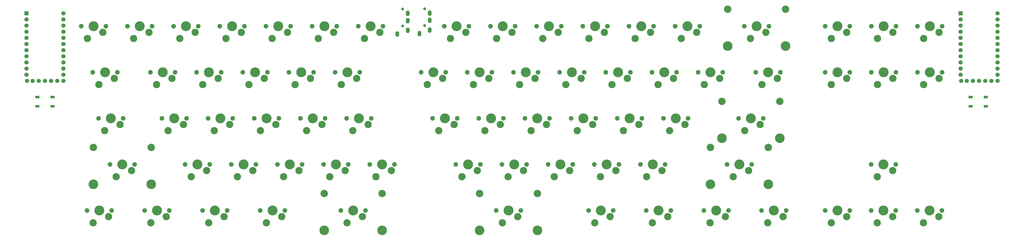
<source format=gbr>
G04 #@! TF.GenerationSoftware,KiCad,Pcbnew,(5.1.9)-1*
G04 #@! TF.CreationDate,2021-02-17T22:07:48-08:00*
G04 #@! TF.ProjectId,onigaku,6f6e6967-616b-4752-9e6b-696361645f70,rev?*
G04 #@! TF.SameCoordinates,Original*
G04 #@! TF.FileFunction,Soldermask,Top*
G04 #@! TF.FilePolarity,Negative*
%FSLAX46Y46*%
G04 Gerber Fmt 4.6, Leading zero omitted, Abs format (unit mm)*
G04 Created by KiCad (PCBNEW (5.1.9)-1) date 2021-02-17 22:07:48*
%MOMM*%
%LPD*%
G01*
G04 APERTURE LIST*
%ADD10C,1.200000*%
%ADD11O,1.500000X2.300000*%
%ADD12R,1.700000X1.000000*%
%ADD13C,1.752600*%
%ADD14R,1.752600X1.752600*%
%ADD15C,4.100000*%
%ADD16C,1.900000*%
%ADD17C,3.000000*%
%ADD18C,3.987800*%
%ADD19C,1.750000*%
%ADD20C,3.048000*%
G04 APERTURE END LIST*
D10*
X170062000Y-22501000D03*
X170062000Y-29501000D03*
D11*
X172212000Y-24301000D03*
X172212000Y-27301000D03*
X172212000Y-31301000D03*
X167912000Y-32801000D03*
D10*
X179133500Y-22374000D03*
X179133500Y-29374000D03*
D11*
X181283500Y-24174000D03*
X181283500Y-27174000D03*
X181283500Y-31174000D03*
X176983500Y-32674000D03*
D12*
X19365000Y-58933000D03*
X25665000Y-58933000D03*
X19365000Y-62733000D03*
X25665000Y-62733000D03*
X410704500Y-62733000D03*
X404404500Y-62733000D03*
X410704500Y-58933000D03*
X404404500Y-58933000D03*
D13*
X17435000Y-52164000D03*
X19975000Y-52164000D03*
X22515000Y-52164000D03*
X25055000Y-52164000D03*
X27595000Y-52164000D03*
X30135000Y-24224000D03*
X15123600Y-52164000D03*
X30135000Y-26764000D03*
X30135000Y-29304000D03*
X30135000Y-31844000D03*
X30135000Y-34384000D03*
X30135000Y-36924000D03*
X30135000Y-39464000D03*
X30135000Y-42004000D03*
X30135000Y-44544000D03*
X30135000Y-47084000D03*
X30135000Y-49624000D03*
X30135000Y-52164000D03*
X14895000Y-49624000D03*
X14895000Y-47084000D03*
X14895000Y-44544000D03*
X14895000Y-42004000D03*
X14895000Y-39464000D03*
X14895000Y-36924000D03*
X14895000Y-34384000D03*
X14895000Y-31844000D03*
X14895000Y-29304000D03*
X14895000Y-26764000D03*
D14*
X14895000Y-24224000D03*
D15*
X123507500Y-86741000D03*
D16*
X118427500Y-86741000D03*
X128587500Y-86741000D03*
D17*
X127317500Y-89281000D03*
X120967500Y-91821000D03*
D18*
X49688750Y-67691000D03*
D19*
X54768750Y-67691000D03*
X44608750Y-67691000D03*
D15*
X49688750Y-67691000D03*
D16*
X44608750Y-67691000D03*
X54768750Y-67691000D03*
D17*
X53498750Y-70231000D03*
X47148750Y-72771000D03*
D15*
X47307500Y-48641000D03*
D16*
X42227500Y-48641000D03*
X52387500Y-48641000D03*
D17*
X51117500Y-51181000D03*
X44767500Y-53721000D03*
D15*
X387540500Y-105791000D03*
D16*
X382460500Y-105791000D03*
X392620500Y-105791000D03*
D17*
X391350500Y-108331000D03*
X385000500Y-110871000D03*
D15*
X368490500Y-105791000D03*
D16*
X363410500Y-105791000D03*
X373570500Y-105791000D03*
D17*
X372300500Y-108331000D03*
X365950500Y-110871000D03*
D15*
X349471500Y-105791000D03*
D16*
X344391500Y-105791000D03*
X354551500Y-105791000D03*
D17*
X353281500Y-108331000D03*
X346931500Y-110871000D03*
D15*
X368490500Y-86741000D03*
D16*
X363410500Y-86741000D03*
X373570500Y-86741000D03*
D17*
X372300500Y-89281000D03*
X365950500Y-91821000D03*
D15*
X387604000Y-48641000D03*
D16*
X382524000Y-48641000D03*
X392684000Y-48641000D03*
D17*
X391414000Y-51181000D03*
X385064000Y-53721000D03*
D15*
X368554000Y-48641000D03*
D16*
X363474000Y-48641000D03*
X373634000Y-48641000D03*
D17*
X372364000Y-51181000D03*
X366014000Y-53721000D03*
D15*
X349471500Y-48641000D03*
D16*
X344391500Y-48641000D03*
X354551500Y-48641000D03*
D17*
X353281500Y-51181000D03*
X346931500Y-53721000D03*
D15*
X387604000Y-29591000D03*
D16*
X382524000Y-29591000D03*
X392684000Y-29591000D03*
D17*
X391414000Y-32131000D03*
X385064000Y-34671000D03*
D15*
X368554000Y-29591000D03*
D16*
X363474000Y-29591000D03*
X373634000Y-29591000D03*
D17*
X372364000Y-32131000D03*
X366014000Y-34671000D03*
D15*
X349471500Y-29591000D03*
D16*
X344391500Y-29591000D03*
X354551500Y-29591000D03*
D17*
X353281500Y-32131000D03*
X346931500Y-34671000D03*
D15*
X113982500Y-67691000D03*
D16*
X108902500Y-67691000D03*
X119062500Y-67691000D03*
D17*
X117792500Y-70231000D03*
X111442500Y-72771000D03*
D18*
X54451250Y-86741000D03*
D19*
X49371250Y-86741000D03*
X59531250Y-86741000D03*
D20*
X42513250Y-79756000D03*
X66389250Y-79756000D03*
D18*
X42513250Y-94996000D03*
X66389250Y-94996000D03*
D15*
X54451250Y-86741000D03*
D16*
X49371250Y-86741000D03*
X59531250Y-86741000D03*
D17*
X58261250Y-89281000D03*
X51911250Y-91821000D03*
D15*
X42545000Y-29591000D03*
D16*
X37465000Y-29591000D03*
X47625000Y-29591000D03*
D17*
X46355000Y-32131000D03*
X40005000Y-34671000D03*
D18*
X275653500Y-105791000D03*
D19*
X270573500Y-105791000D03*
X280733500Y-105791000D03*
D15*
X275653500Y-105791000D03*
D16*
X270573500Y-105791000D03*
X280733500Y-105791000D03*
D17*
X279463500Y-108331000D03*
X273113500Y-110871000D03*
D15*
X263747250Y-67691000D03*
D16*
X258667250Y-67691000D03*
X268827250Y-67691000D03*
D17*
X267557250Y-70231000D03*
X261207250Y-72771000D03*
D15*
X192309750Y-29591000D03*
D16*
X187229750Y-29591000D03*
X197389750Y-29591000D03*
D17*
X196119750Y-32131000D03*
X189769750Y-34671000D03*
D18*
X316134750Y-29591000D03*
D19*
X311054750Y-29591000D03*
X321214750Y-29591000D03*
D20*
X304196750Y-22606000D03*
X328072750Y-22606000D03*
D18*
X304196750Y-37846000D03*
X328072750Y-37846000D03*
D15*
X316134750Y-29591000D03*
D16*
X311054750Y-29591000D03*
X321214750Y-29591000D03*
D17*
X319944750Y-32131000D03*
X313594750Y-34671000D03*
D18*
X313753500Y-67691000D03*
D19*
X308673500Y-67691000D03*
X318833500Y-67691000D03*
D20*
X301815500Y-60706000D03*
X325691500Y-60706000D03*
D18*
X301815500Y-75946000D03*
X325691500Y-75946000D03*
D15*
X313753500Y-67691000D03*
D16*
X308673500Y-67691000D03*
X318833500Y-67691000D03*
D17*
X317563500Y-70231000D03*
X311213500Y-72771000D03*
D15*
X320897250Y-48641000D03*
D16*
X315817250Y-48641000D03*
X325977250Y-48641000D03*
D17*
X324707250Y-51181000D03*
X318357250Y-53721000D03*
D18*
X149701250Y-105791000D03*
D19*
X144621250Y-105791000D03*
X154781250Y-105791000D03*
D20*
X137763250Y-98806000D03*
X161639250Y-98806000D03*
D18*
X137763250Y-114046000D03*
X161639250Y-114046000D03*
D15*
X149701250Y-105791000D03*
D16*
X144621250Y-105791000D03*
X154781250Y-105791000D03*
D17*
X153511250Y-108331000D03*
X147161250Y-110871000D03*
D18*
X116427250Y-105791000D03*
D19*
X111347250Y-105791000D03*
X121507250Y-105791000D03*
D15*
X116427250Y-105791000D03*
D16*
X111347250Y-105791000D03*
X121507250Y-105791000D03*
D17*
X120237250Y-108331000D03*
X113887250Y-110871000D03*
D18*
X92614750Y-105791000D03*
D19*
X87534750Y-105791000D03*
X97694750Y-105791000D03*
D15*
X92614750Y-105791000D03*
D16*
X87534750Y-105791000D03*
X97694750Y-105791000D03*
D17*
X96424750Y-108331000D03*
X90074750Y-110871000D03*
D18*
X68738750Y-105791000D03*
D19*
X63658750Y-105791000D03*
X73818750Y-105791000D03*
D15*
X68738750Y-105791000D03*
D16*
X63658750Y-105791000D03*
X73818750Y-105791000D03*
D17*
X72548750Y-108331000D03*
X66198750Y-110871000D03*
D18*
X44926250Y-105791000D03*
D19*
X39846250Y-105791000D03*
X50006250Y-105791000D03*
D15*
X44926250Y-105791000D03*
D16*
X39846250Y-105791000D03*
X50006250Y-105791000D03*
D17*
X48736250Y-108331000D03*
X42386250Y-110871000D03*
D18*
X323278500Y-105791000D03*
D19*
X318198500Y-105791000D03*
X328358500Y-105791000D03*
D15*
X323278500Y-105791000D03*
D16*
X318198500Y-105791000D03*
X328358500Y-105791000D03*
D17*
X327088500Y-108331000D03*
X320738500Y-110871000D03*
D18*
X299466000Y-105791000D03*
D19*
X294386000Y-105791000D03*
X304546000Y-105791000D03*
D15*
X299466000Y-105791000D03*
D16*
X294386000Y-105791000D03*
X304546000Y-105791000D03*
D17*
X303276000Y-108331000D03*
X296926000Y-110871000D03*
D15*
X161607500Y-86741000D03*
D16*
X156527500Y-86741000D03*
X166687500Y-86741000D03*
D17*
X165417500Y-89281000D03*
X159067500Y-91821000D03*
D15*
X142557500Y-86741000D03*
D16*
X137477500Y-86741000D03*
X147637500Y-86741000D03*
D17*
X146367500Y-89281000D03*
X140017500Y-91821000D03*
D15*
X273272250Y-86741000D03*
D16*
X268192250Y-86741000D03*
X278352250Y-86741000D03*
D17*
X277082250Y-89281000D03*
X270732250Y-91821000D03*
D15*
X254222250Y-86741000D03*
D16*
X249142250Y-86741000D03*
X259302250Y-86741000D03*
D17*
X258032250Y-89281000D03*
X251682250Y-91821000D03*
D15*
X216122250Y-86741000D03*
D16*
X211042250Y-86741000D03*
X221202250Y-86741000D03*
D17*
X219932250Y-89281000D03*
X213582250Y-91821000D03*
D15*
X197072250Y-86741000D03*
D16*
X191992250Y-86741000D03*
X202152250Y-86741000D03*
D17*
X200882250Y-89281000D03*
X194532250Y-91821000D03*
D15*
X152082500Y-67691000D03*
D16*
X147002500Y-67691000D03*
X157162500Y-67691000D03*
D17*
X155892500Y-70231000D03*
X149542500Y-72771000D03*
D15*
X133032500Y-67691000D03*
D16*
X127952500Y-67691000D03*
X138112500Y-67691000D03*
D17*
X136842500Y-70231000D03*
X130492500Y-72771000D03*
D15*
X94932500Y-67691000D03*
D16*
X89852500Y-67691000D03*
X100012500Y-67691000D03*
D17*
X98742500Y-70231000D03*
X92392500Y-72771000D03*
D15*
X75882500Y-67691000D03*
D16*
X70802500Y-67691000D03*
X80962500Y-67691000D03*
D17*
X79692500Y-70231000D03*
X73342500Y-72771000D03*
D15*
X282797250Y-67691000D03*
D16*
X277717250Y-67691000D03*
X287877250Y-67691000D03*
D17*
X286607250Y-70231000D03*
X280257250Y-72771000D03*
D15*
X244697250Y-67691000D03*
D16*
X239617250Y-67691000D03*
X249777250Y-67691000D03*
D17*
X248507250Y-70231000D03*
X242157250Y-72771000D03*
D15*
X187547250Y-67691000D03*
D16*
X182467250Y-67691000D03*
X192627250Y-67691000D03*
D17*
X191357250Y-70231000D03*
X185007250Y-72771000D03*
D15*
X147320000Y-48641000D03*
D16*
X142240000Y-48641000D03*
X152400000Y-48641000D03*
D17*
X151130000Y-51181000D03*
X144780000Y-53721000D03*
D15*
X128270000Y-48641000D03*
D16*
X123190000Y-48641000D03*
X133350000Y-48641000D03*
D17*
X132080000Y-51181000D03*
X125730000Y-53721000D03*
D15*
X109220000Y-48641000D03*
D16*
X104140000Y-48641000D03*
X114300000Y-48641000D03*
D17*
X113030000Y-51181000D03*
X106680000Y-53721000D03*
D15*
X90170000Y-48641000D03*
D16*
X85090000Y-48641000D03*
X95250000Y-48641000D03*
D17*
X93980000Y-51181000D03*
X87630000Y-53721000D03*
D15*
X71120000Y-48641000D03*
D16*
X66040000Y-48641000D03*
X76200000Y-48641000D03*
D17*
X74930000Y-51181000D03*
X68580000Y-53721000D03*
D15*
X278034750Y-48641000D03*
D16*
X272954750Y-48641000D03*
X283114750Y-48641000D03*
D17*
X281844750Y-51181000D03*
X275494750Y-53721000D03*
D15*
X239934750Y-48641000D03*
D16*
X234854750Y-48641000D03*
X245014750Y-48641000D03*
D17*
X243744750Y-51181000D03*
X237394750Y-53721000D03*
D15*
X220884750Y-48641000D03*
D16*
X215804750Y-48641000D03*
X225964750Y-48641000D03*
D17*
X224694750Y-51181000D03*
X218344750Y-53721000D03*
D15*
X201834750Y-48641000D03*
D16*
X196754750Y-48641000D03*
X206914750Y-48641000D03*
D17*
X205644750Y-51181000D03*
X199294750Y-53721000D03*
D15*
X182784750Y-48641000D03*
D16*
X177704750Y-48641000D03*
X187864750Y-48641000D03*
D17*
X186594750Y-51181000D03*
X180244750Y-53721000D03*
D15*
X99695000Y-29591000D03*
D16*
X94615000Y-29591000D03*
X104775000Y-29591000D03*
D17*
X103505000Y-32131000D03*
X97155000Y-34671000D03*
D15*
X80645000Y-29591000D03*
D16*
X75565000Y-29591000D03*
X85725000Y-29591000D03*
D17*
X84455000Y-32131000D03*
X78105000Y-34671000D03*
D15*
X61595000Y-29591000D03*
D16*
X56515000Y-29591000D03*
X66675000Y-29591000D03*
D17*
X65405000Y-32131000D03*
X59055000Y-34671000D03*
D15*
X287559750Y-29591000D03*
D16*
X282479750Y-29591000D03*
X292639750Y-29591000D03*
D17*
X291369750Y-32131000D03*
X285019750Y-34671000D03*
D15*
X268509750Y-29591000D03*
D16*
X263429750Y-29591000D03*
X273589750Y-29591000D03*
D17*
X272319750Y-32131000D03*
X265969750Y-34671000D03*
D15*
X230409750Y-29591000D03*
D16*
X225329750Y-29591000D03*
X235489750Y-29591000D03*
D17*
X234219750Y-32131000D03*
X227869750Y-34671000D03*
D15*
X156845000Y-29591000D03*
D16*
X151765000Y-29591000D03*
X161925000Y-29591000D03*
D17*
X160655000Y-32131000D03*
X154305000Y-34671000D03*
D18*
X308991000Y-86741000D03*
D19*
X303911000Y-86741000D03*
X314071000Y-86741000D03*
D20*
X297053000Y-79756000D03*
X320929000Y-79756000D03*
D18*
X297053000Y-94996000D03*
X320929000Y-94996000D03*
D15*
X308991000Y-86741000D03*
D16*
X303911000Y-86741000D03*
X314071000Y-86741000D03*
D17*
X312801000Y-89281000D03*
X306451000Y-91821000D03*
D13*
X402807500Y-52164000D03*
X405347500Y-52164000D03*
X407887500Y-52164000D03*
X410427500Y-52164000D03*
X412967500Y-52164000D03*
X415507500Y-24224000D03*
X400496100Y-52164000D03*
X415507500Y-26764000D03*
X415507500Y-29304000D03*
X415507500Y-31844000D03*
X415507500Y-34384000D03*
X415507500Y-36924000D03*
X415507500Y-39464000D03*
X415507500Y-42004000D03*
X415507500Y-44544000D03*
X415507500Y-47084000D03*
X415507500Y-49624000D03*
X415507500Y-52164000D03*
X400267500Y-49624000D03*
X400267500Y-47084000D03*
X400267500Y-44544000D03*
X400267500Y-42004000D03*
X400267500Y-39464000D03*
X400267500Y-36924000D03*
X400267500Y-34384000D03*
X400267500Y-31844000D03*
X400267500Y-29304000D03*
X400267500Y-26764000D03*
D14*
X400267500Y-24224000D03*
D18*
X213741000Y-105791000D03*
D19*
X208661000Y-105791000D03*
X218821000Y-105791000D03*
D20*
X201803000Y-98806000D03*
X225679000Y-98806000D03*
D18*
X201803000Y-114046000D03*
X225679000Y-114046000D03*
D15*
X213741000Y-105791000D03*
D16*
X208661000Y-105791000D03*
X218821000Y-105791000D03*
D17*
X217551000Y-108331000D03*
X211201000Y-110871000D03*
D18*
X251841000Y-105791000D03*
D19*
X246761000Y-105791000D03*
X256921000Y-105791000D03*
D15*
X251841000Y-105791000D03*
D16*
X246761000Y-105791000D03*
X256921000Y-105791000D03*
D17*
X255651000Y-108331000D03*
X249301000Y-110871000D03*
D15*
X104457500Y-86741000D03*
D16*
X99377500Y-86741000D03*
X109537500Y-86741000D03*
D17*
X108267500Y-89281000D03*
X101917500Y-91821000D03*
D15*
X85407500Y-86741000D03*
D16*
X80327500Y-86741000D03*
X90487500Y-86741000D03*
D17*
X89217500Y-89281000D03*
X82867500Y-91821000D03*
D15*
X235172250Y-86741000D03*
D16*
X230092250Y-86741000D03*
X240252250Y-86741000D03*
D17*
X238982250Y-89281000D03*
X232632250Y-91821000D03*
D15*
X225647250Y-67691000D03*
D16*
X220567250Y-67691000D03*
X230727250Y-67691000D03*
D17*
X229457250Y-70231000D03*
X223107250Y-72771000D03*
D15*
X206597250Y-67691000D03*
D16*
X201517250Y-67691000D03*
X211677250Y-67691000D03*
D17*
X210407250Y-70231000D03*
X204057250Y-72771000D03*
D15*
X297084750Y-48641000D03*
D16*
X292004750Y-48641000D03*
X302164750Y-48641000D03*
D17*
X300894750Y-51181000D03*
X294544750Y-53721000D03*
D15*
X258984750Y-48641000D03*
D16*
X253904750Y-48641000D03*
X264064750Y-48641000D03*
D17*
X262794750Y-51181000D03*
X256444750Y-53721000D03*
D15*
X137795000Y-29591000D03*
D16*
X132715000Y-29591000D03*
X142875000Y-29591000D03*
D17*
X141605000Y-32131000D03*
X135255000Y-34671000D03*
D15*
X118745000Y-29591000D03*
D16*
X113665000Y-29591000D03*
X123825000Y-29591000D03*
D17*
X122555000Y-32131000D03*
X116205000Y-34671000D03*
D15*
X249459750Y-29591000D03*
D16*
X244379750Y-29591000D03*
X254539750Y-29591000D03*
D17*
X253269750Y-32131000D03*
X246919750Y-34671000D03*
D15*
X211359750Y-29591000D03*
D16*
X206279750Y-29591000D03*
X216439750Y-29591000D03*
D17*
X215169750Y-32131000D03*
X208819750Y-34671000D03*
M02*

</source>
